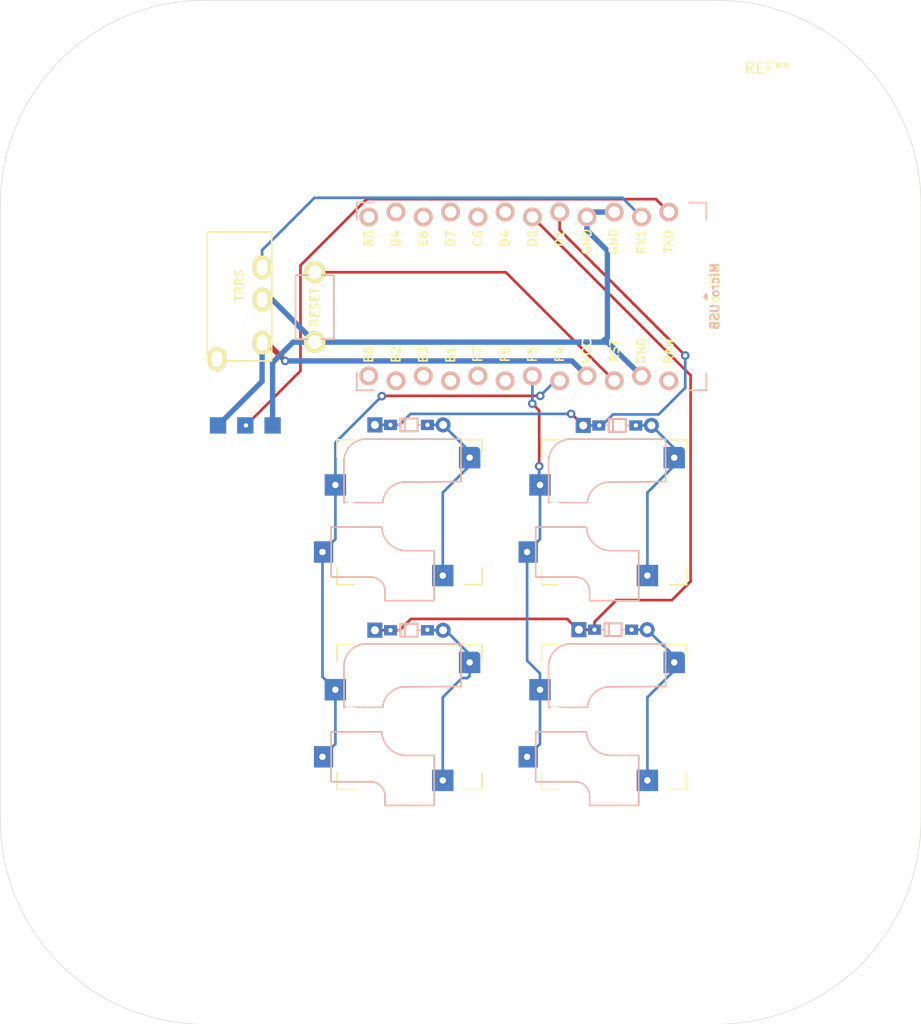
<source format=kicad_pcb>
(kicad_pcb (version 20171130) (host pcbnew "(5.1.5-0-10_14)")

  (general
    (thickness 1.6)
    (drawings 8)
    (tracks 188)
    (zones 0)
    (modules 16)
    (nets 28)
  )

  (page A4)
  (layers
    (0 F.Cu signal)
    (31 B.Cu signal)
    (32 B.Adhes user)
    (33 F.Adhes user)
    (34 B.Paste user)
    (35 F.Paste user)
    (36 B.SilkS user)
    (37 F.SilkS user)
    (38 B.Mask user)
    (39 F.Mask user)
    (40 Dwgs.User user)
    (41 Cmts.User user)
    (42 Eco1.User user)
    (43 Eco2.User user)
    (44 Edge.Cuts user)
    (45 Margin user)
    (46 B.CrtYd user)
    (47 F.CrtYd user)
    (48 B.Fab user)
    (49 F.Fab user)
  )

  (setup
    (last_trace_width 0.25)
    (user_trace_width 0.5)
    (trace_clearance 0.2)
    (zone_clearance 0.508)
    (zone_45_only no)
    (trace_min 0.2)
    (via_size 0.8)
    (via_drill 0.4)
    (via_min_size 0.4)
    (via_min_drill 0.3)
    (uvia_size 0.3)
    (uvia_drill 0.1)
    (uvias_allowed no)
    (uvia_min_size 0.2)
    (uvia_min_drill 0.1)
    (edge_width 0.05)
    (segment_width 0.2)
    (pcb_text_width 0.3)
    (pcb_text_size 1.5 1.5)
    (mod_edge_width 0.12)
    (mod_text_size 1 1)
    (mod_text_width 0.15)
    (pad_size 1.524 1.524)
    (pad_drill 0.762)
    (pad_to_mask_clearance 0.051)
    (solder_mask_min_width 0.25)
    (aux_axis_origin 123.825 66.675)
    (grid_origin 9.525 200.025)
    (visible_elements FFFFFF7F)
    (pcbplotparams
      (layerselection 0x010fc_ffffffff)
      (usegerberextensions false)
      (usegerberattributes false)
      (usegerberadvancedattributes false)
      (creategerberjobfile false)
      (excludeedgelayer true)
      (linewidth 0.100000)
      (plotframeref false)
      (viasonmask false)
      (mode 1)
      (useauxorigin false)
      (hpglpennumber 1)
      (hpglpenspeed 20)
      (hpglpendiameter 15.000000)
      (psnegative false)
      (psa4output false)
      (plotreference true)
      (plotvalue true)
      (plotinvisibletext false)
      (padsonsilk false)
      (subtractmaskfromsilk false)
      (outputformat 1)
      (mirror false)
      (drillshape 1)
      (scaleselection 1)
      (outputdirectory ""))
  )

  (net 0 "")
  (net 1 "Net-(D1-Pad2)")
  (net 2 row0)
  (net 3 "Net-(D2-Pad2)")
  (net 4 row1)
  (net 5 "Net-(D3-Pad2)")
  (net 6 "Net-(D4-Pad2)")
  (net 7 data)
  (net 8 GND)
  (net 9 VCC)
  (net 10 "Net-(J1-PadA)")
  (net 11 led)
  (net 12 reset)
  (net 13 col0)
  (net 14 col1)
  (net 15 "Net-(U1-Pad24)")
  (net 16 "Net-(U1-Pad12)")
  (net 17 "Net-(U1-Pad18)")
  (net 18 "Net-(U1-Pad17)")
  (net 19 "Net-(U1-Pad16)")
  (net 20 "Net-(U1-Pad15)")
  (net 21 "Net-(U1-Pad14)")
  (net 22 "Net-(U1-Pad13)")
  (net 23 "Net-(U1-Pad11)")
  (net 24 "Net-(U1-Pad10)")
  (net 25 "Net-(U1-Pad9)")
  (net 26 "Net-(U1-Pad8)")
  (net 27 "Net-(U1-Pad7)")

  (net_class Default "これはデフォルトのネット クラスです。"
    (clearance 0.2)
    (trace_width 0.25)
    (via_dia 0.8)
    (via_drill 0.4)
    (uvia_dia 0.3)
    (uvia_drill 0.1)
    (add_net GND)
    (add_net "Net-(D1-Pad2)")
    (add_net "Net-(D2-Pad2)")
    (add_net "Net-(D3-Pad2)")
    (add_net "Net-(D4-Pad2)")
    (add_net "Net-(J1-PadA)")
    (add_net "Net-(U1-Pad10)")
    (add_net "Net-(U1-Pad11)")
    (add_net "Net-(U1-Pad12)")
    (add_net "Net-(U1-Pad13)")
    (add_net "Net-(U1-Pad14)")
    (add_net "Net-(U1-Pad15)")
    (add_net "Net-(U1-Pad16)")
    (add_net "Net-(U1-Pad17)")
    (add_net "Net-(U1-Pad18)")
    (add_net "Net-(U1-Pad24)")
    (add_net "Net-(U1-Pad7)")
    (add_net "Net-(U1-Pad8)")
    (add_net "Net-(U1-Pad9)")
    (add_net VCC)
    (add_net col0)
    (add_net col1)
    (add_net data)
    (add_net led)
    (add_net reset)
    (add_net row0)
    (add_net row1)
  )

  (module SMK_SU120:IM_HOLE (layer F.Cu) (tedit 5BCDE3A4) (tstamp 5E65504F)
    (at 114.3 0)
    (descr "Mounting Hole 2.2mm, no annular, M2")
    (tags "mounting hole 2.2mm no annular m2")
    (attr virtual)
    (fp_text reference Ref** (at -0.95 -0.55) (layer F.Fab) hide
      (effects (font (size 1 1) (thickness 0.15)))
    )
    (fp_text value Val** (at 0 0.55) (layer F.Fab) hide
      (effects (font (size 1 1) (thickness 0.15)))
    )
    (pad "" np_thru_hole circle (at 0 0) (size 0.5 0.5) (drill 0.5) (layers *.Cu))
  )

  (module MountingHole:MountingHole_2.2mm_M2 (layer F.Cu) (tedit 56D1B4CB) (tstamp 5E654F2E)
    (at 166.6875 0)
    (descr "Mounting Hole 2.2mm, no annular, M2")
    (tags "mounting hole 2.2mm no annular m2")
    (attr virtual)
    (fp_text reference REF** (at 0 -3.2) (layer F.SilkS)
      (effects (font (size 1 1) (thickness 0.15)))
    )
    (fp_text value MountingHole_2.2mm_M2 (at 0 3.2) (layer F.Fab)
      (effects (font (size 1 1) (thickness 0.15)))
    )
    (fp_circle (center 0 0) (end 2.45 0) (layer F.CrtYd) (width 0.05))
    (fp_circle (center 0 0) (end 2.2 0) (layer Cmts.User) (width 0.15))
    (fp_text user %R (at 0.3 0) (layer F.Fab)
      (effects (font (size 1 1) (thickness 0.15)))
    )
    (pad 1 np_thru_hole circle (at 0 0) (size 2.2 2.2) (drill 2.2) (layers *.Cu *.Mask))
  )

  (module SMK_SU120:M2_Hole (layer F.Cu) (tedit 5E0D8E1F) (tstamp 5E654E4E)
    (at 171.45 0)
    (descr "Resitance 3 pas")
    (tags R)
    (autoplace_cost180 10)
    (fp_text reference "" (at 0 1.651) (layer F.Fab) hide
      (effects (font (size 0.8128 0.8128) (thickness 0.15)))
    )
    (fp_text value "" (at 0 -1.4605) (layer F.Fab) hide
      (effects (font (size 0.5 0.5) (thickness 0.125)))
    )
    (pad "" np_thru_hole circle (at 0 0) (size 2.15 2.15) (drill 2.15) (layers *.Cu *.Mask))
    (model discret/resistor.wrl
      (at (xyz 0 0 0))
      (scale (xyz 0.3 0.3 0.3))
      (rotate (xyz 0 0 0))
    )
    (model Resistors_ThroughHole.3dshapes/Resistor_Horizontal_RM10mm.wrl
      (at (xyz 0 0 0))
      (scale (xyz 0.2 0.2 0.2))
      (rotate (xyz 0 0 0))
    )
  )

  (module SMK_hsgw:HOLE_D5 (layer F.Cu) (tedit 5BD72A4D) (tstamp 5E654D6A)
    (at 104.775 0)
    (fp_text reference REF** (at 0 -4) (layer F.SilkS) hide
      (effects (font (size 1 1) (thickness 0.15)))
    )
    (fp_text value HOLE_D5 (at 0 4) (layer F.Fab) hide
      (effects (font (size 1 1) (thickness 0.15)))
    )
    (fp_circle (center 0 0) (end 1.1 0) (layer Dwgs.User) (width 0.1))
    (pad "" np_thru_hole circle (at 0 0) (size 5 5) (drill 5) (layers *.Cu *.Mask))
  )

  (module SMK_SU120:diode_TH_SMD_rev2 (layer F.Cu) (tedit 5E0D8BB9) (tstamp 5E6514A3)
    (at 130.525 29.975)
    (path /5E6522A5)
    (fp_text reference D1 (at 3.302 0) (layer F.Fab)
      (effects (font (size 1 1) (thickness 0.2)))
    )
    (fp_text value D (at 3.2 -1.6) (layer F.Fab) hide
      (effects (font (size 1 1) (thickness 0.15)))
    )
    (fp_line (start 1.984381 0.595314) (end 3.571885 0.595314) (layer B.SilkS) (width 0.2))
    (fp_line (start 3.571885 -0.595314) (end 1.984381 -0.595314) (layer B.SilkS) (width 0.2))
    (fp_line (start 2.381257 0.595314) (end 2.381257 -0.595314) (layer B.SilkS) (width 0.2))
    (fp_line (start 3.571885 0.595314) (end 3.571885 -0.595314) (layer B.SilkS) (width 0.2))
    (fp_line (start 3.571885 0) (end 3.770323 0) (layer B.SilkS) (width 0.2))
    (fp_line (start 1.984381 -0.595314) (end 1.984381 0.595314) (layer B.SilkS) (width 0.2))
    (fp_line (start 1.785943 0) (end 1.984381 0) (layer B.SilkS) (width 0.2))
    (pad 2 smd rect (at 4.503125 0) (size 1.2 0.95) (layers B.Cu B.Paste B.Mask)
      (net 1 "Net-(D1-Pad2)"))
    (pad 1 smd rect (at 1.053125 0) (size 1.2 0.95) (layers B.Cu B.Paste B.Mask)
      (net 2 row0))
    (pad 2 smd rect (at 4.503125 0) (size 1.2 0.95) (layers F.Cu F.Paste F.Mask)
      (net 1 "Net-(D1-Pad2)"))
    (pad 1 smd rect (at 1.053125 0) (size 1.2 0.95) (layers F.Cu F.Paste F.Mask)
      (net 2 row0))
    (pad 1 thru_hole rect (at -0.396875 0) (size 1.4 1.4) (drill 0.75) (layers *.Cu *.Mask)
      (net 2 row0))
    (pad 2 thru_hole circle (at 5.953125 0) (size 1.4 1.4) (drill 0.75) (layers *.Cu *.Mask)
      (net 1 "Net-(D1-Pad2)"))
  )

  (module SMK_SU120:diode_TH_SMD_rev2 (layer F.Cu) (tedit 5E0D8BB9) (tstamp 5E6514B4)
    (at 130.525 49.075)
    (path /5E653B7D)
    (fp_text reference D2 (at 3.302 0) (layer F.Fab)
      (effects (font (size 1 1) (thickness 0.2)))
    )
    (fp_text value D (at 3.2 -1.6) (layer F.Fab) hide
      (effects (font (size 1 1) (thickness 0.15)))
    )
    (fp_line (start 1.785943 0) (end 1.984381 0) (layer B.SilkS) (width 0.2))
    (fp_line (start 1.984381 -0.595314) (end 1.984381 0.595314) (layer B.SilkS) (width 0.2))
    (fp_line (start 3.571885 0) (end 3.770323 0) (layer B.SilkS) (width 0.2))
    (fp_line (start 3.571885 0.595314) (end 3.571885 -0.595314) (layer B.SilkS) (width 0.2))
    (fp_line (start 2.381257 0.595314) (end 2.381257 -0.595314) (layer B.SilkS) (width 0.2))
    (fp_line (start 3.571885 -0.595314) (end 1.984381 -0.595314) (layer B.SilkS) (width 0.2))
    (fp_line (start 1.984381 0.595314) (end 3.571885 0.595314) (layer B.SilkS) (width 0.2))
    (pad 2 thru_hole circle (at 5.953125 0) (size 1.4 1.4) (drill 0.75) (layers *.Cu *.Mask)
      (net 3 "Net-(D2-Pad2)"))
    (pad 1 thru_hole rect (at -0.396875 0) (size 1.4 1.4) (drill 0.75) (layers *.Cu *.Mask)
      (net 4 row1))
    (pad 1 smd rect (at 1.053125 0) (size 1.2 0.95) (layers F.Cu F.Paste F.Mask)
      (net 4 row1))
    (pad 2 smd rect (at 4.503125 0) (size 1.2 0.95) (layers F.Cu F.Paste F.Mask)
      (net 3 "Net-(D2-Pad2)"))
    (pad 1 smd rect (at 1.053125 0) (size 1.2 0.95) (layers B.Cu B.Paste B.Mask)
      (net 4 row1))
    (pad 2 smd rect (at 4.503125 0) (size 1.2 0.95) (layers B.Cu B.Paste B.Mask)
      (net 3 "Net-(D2-Pad2)"))
  )

  (module SMK_SU120:diode_TH_SMD_rev2 (layer F.Cu) (tedit 5E0D8BB9) (tstamp 5E6514C5)
    (at 149.921875 30.025)
    (path /5E653056)
    (fp_text reference D3 (at 3.302 0) (layer F.Fab)
      (effects (font (size 1 1) (thickness 0.2)))
    )
    (fp_text value D (at 3.2 -1.6) (layer F.Fab) hide
      (effects (font (size 1 1) (thickness 0.15)))
    )
    (fp_line (start 1.785943 0) (end 1.984381 0) (layer B.SilkS) (width 0.2))
    (fp_line (start 1.984381 -0.595314) (end 1.984381 0.595314) (layer B.SilkS) (width 0.2))
    (fp_line (start 3.571885 0) (end 3.770323 0) (layer B.SilkS) (width 0.2))
    (fp_line (start 3.571885 0.595314) (end 3.571885 -0.595314) (layer B.SilkS) (width 0.2))
    (fp_line (start 2.381257 0.595314) (end 2.381257 -0.595314) (layer B.SilkS) (width 0.2))
    (fp_line (start 3.571885 -0.595314) (end 1.984381 -0.595314) (layer B.SilkS) (width 0.2))
    (fp_line (start 1.984381 0.595314) (end 3.571885 0.595314) (layer B.SilkS) (width 0.2))
    (pad 2 thru_hole circle (at 5.953125 0) (size 1.4 1.4) (drill 0.75) (layers *.Cu *.Mask)
      (net 5 "Net-(D3-Pad2)"))
    (pad 1 thru_hole rect (at -0.396875 0) (size 1.4 1.4) (drill 0.75) (layers *.Cu *.Mask)
      (net 2 row0))
    (pad 1 smd rect (at 1.053125 0) (size 1.2 0.95) (layers F.Cu F.Paste F.Mask)
      (net 2 row0))
    (pad 2 smd rect (at 4.503125 0) (size 1.2 0.95) (layers F.Cu F.Paste F.Mask)
      (net 5 "Net-(D3-Pad2)"))
    (pad 1 smd rect (at 1.053125 0) (size 1.2 0.95) (layers B.Cu B.Paste B.Mask)
      (net 2 row0))
    (pad 2 smd rect (at 4.503125 0) (size 1.2 0.95) (layers B.Cu B.Paste B.Mask)
      (net 5 "Net-(D3-Pad2)"))
  )

  (module SMK_SU120:diode_TH_SMD_rev2 (layer F.Cu) (tedit 5E0D8BB9) (tstamp 5E6548D5)
    (at 149.525 49.025)
    (path /5E65422E)
    (fp_text reference D4 (at 3.302 0) (layer F.Fab)
      (effects (font (size 1 1) (thickness 0.2)))
    )
    (fp_text value D (at 3.2 -1.6) (layer F.Fab) hide
      (effects (font (size 1 1) (thickness 0.15)))
    )
    (fp_line (start 1.984381 0.595314) (end 3.571885 0.595314) (layer B.SilkS) (width 0.2))
    (fp_line (start 3.571885 -0.595314) (end 1.984381 -0.595314) (layer B.SilkS) (width 0.2))
    (fp_line (start 2.381257 0.595314) (end 2.381257 -0.595314) (layer B.SilkS) (width 0.2))
    (fp_line (start 3.571885 0.595314) (end 3.571885 -0.595314) (layer B.SilkS) (width 0.2))
    (fp_line (start 3.571885 0) (end 3.770323 0) (layer B.SilkS) (width 0.2))
    (fp_line (start 1.984381 -0.595314) (end 1.984381 0.595314) (layer B.SilkS) (width 0.2))
    (fp_line (start 1.785943 0) (end 1.984381 0) (layer B.SilkS) (width 0.2))
    (pad 2 smd rect (at 4.503125 0) (size 1.2 0.95) (layers B.Cu B.Paste B.Mask)
      (net 6 "Net-(D4-Pad2)"))
    (pad 1 smd rect (at 1.053125 0) (size 1.2 0.95) (layers B.Cu B.Paste B.Mask)
      (net 4 row1))
    (pad 2 smd rect (at 4.503125 0) (size 1.2 0.95) (layers F.Cu F.Paste F.Mask)
      (net 6 "Net-(D4-Pad2)"))
    (pad 1 smd rect (at 1.053125 0) (size 1.2 0.95) (layers F.Cu F.Paste F.Mask)
      (net 4 row1))
    (pad 1 thru_hole rect (at -0.396875 0) (size 1.4 1.4) (drill 0.75) (layers *.Cu *.Mask)
      (net 4 row1))
    (pad 2 thru_hole circle (at 5.953125 0) (size 1.4 1.4) (drill 0.75) (layers *.Cu *.Mask)
      (net 6 "Net-(D4-Pad2)"))
  )

  (module SMK_SU120:MJ-4PP-9 (layer F.Cu) (tedit 5D596EAB) (tstamp 5E6514E8)
    (at 117.525 12.025)
    (path /5E653BF9)
    (fp_text reference J1 (at 0 -2.97657) (layer F.Fab)
      (effects (font (size 1 1) (thickness 0.15)))
    )
    (fp_text value MJ-4PP-9 (at 0 14) (layer F.Fab) hide
      (effects (font (size 1 1) (thickness 0.15)))
    )
    (fp_text user TRRS (at 0 4.96095 90) (layer F.SilkS)
      (effects (font (size 0.8 0.8) (thickness 0.15)))
    )
    (fp_line (start -3 0) (end 3 0) (layer F.SilkS) (width 0.15))
    (fp_line (start 3 0) (end 3 12) (layer F.SilkS) (width 0.15))
    (fp_line (start 3 12) (end -3 12) (layer F.SilkS) (width 0.15))
    (fp_line (start -3 12) (end -3 0) (layer F.SilkS) (width 0.15))
    (fp_line (start -3 0) (end -3 -2) (layer F.Fab) (width 0.15))
    (fp_line (start -3 -2) (end 2.95 -2) (layer F.Fab) (width 0.15))
    (fp_line (start 3 -2) (end 3 0) (layer F.Fab) (width 0.15))
    (pad "" np_thru_hole circle (at 0 1.5) (size 1.2 1.2) (drill 1.2) (layers *.Cu *.Mask F.SilkS))
    (pad "" np_thru_hole circle (at 0 8.5) (size 1.2 1.2) (drill 1.2) (layers *.Cu *.Mask F.SilkS))
    (pad B thru_hole oval (at 2.1 3.3) (size 1.7 2.2) (drill oval 1 1.5) (layers *.Cu *.Mask F.SilkS)
      (net 7 data) (clearance 0.15))
    (pad C thru_hole oval (at 2.1 6.3) (size 1.7 2.2) (drill oval 1 1.5) (layers *.Cu *.Mask F.SilkS)
      (net 8 GND) (clearance 0.15))
    (pad D thru_hole oval (at 2.1 10.3) (size 1.7 2.2) (drill oval 1 1.5) (layers *.Cu *.Mask F.SilkS)
      (net 9 VCC) (clearance 0.15))
    (pad A thru_hole oval (at -2.1 11.8) (size 1.7 2.2) (drill oval 1 1.5) (layers *.Cu *.Mask F.SilkS)
      (net 10 "Net-(J1-PadA)") (clearance 0.15))
    (model "../../../../../../Users/pluis/Documents/Magic Briefcase/Documents/KiCad/3d/AB2_TRS_3p5MM_PTH.wrl"
      (at (xyz 0 0 0))
      (scale (xyz 0.42 0.42 0.42))
      (rotate (xyz 0 0 90))
    )
  )

  (module SMK_SU120:StripLED_rev2 (layer F.Cu) (tedit 5CE57CF9) (tstamp 5E6514EF)
    (at 115.525 30.025 90)
    (path /5E6647AB)
    (fp_text reference J2 (at 0 -2.54 90) (layer F.SilkS) hide
      (effects (font (size 1 1) (thickness 0.15)))
    )
    (fp_text value LED (at 0 7.62 90) (layer F.Fab) hide
      (effects (font (size 1 1) (thickness 0.15)))
    )
    (pad 1 smd rect (at 0 5.08 90) (size 1.524 1.524) (layers B.Cu B.Paste B.Mask)
      (net 8 GND))
    (pad 2 smd rect (at 0 2.54 90) (size 1.524 1.524) (layers B.Cu B.Paste B.Mask)
      (net 11 led))
    (pad 3 smd rect (at 0 0 90) (size 1.524 1.524) (layers B.Cu B.Paste B.Mask)
      (net 9 VCC))
  )

  (module SMK_SU120:ResetSW (layer F.Cu) (tedit 5D596E59) (tstamp 5E6514FE)
    (at 124.525 19.025 90)
    (path /5E657C8E)
    (fp_text reference SW1 (at 0.265 0.73 90) (layer F.Fab) hide
      (effects (font (size 1 1) (thickness 0.15)))
    )
    (fp_text value SW_Push (at 0 0 90) (layer F.Fab)
      (effects (font (size 1 1) (thickness 0.15)))
    )
    (fp_text user RESET (at 0 0 90) (layer F.SilkS)
      (effects (font (size 0.8 0.8) (thickness 0.15)))
    )
    (fp_line (start -2.97657 -1.785942) (end 2.97657 -1.785942) (layer F.SilkS) (width 0.15))
    (fp_line (start 2.97657 -1.785942) (end 2.97657 1.785942) (layer F.SilkS) (width 0.15))
    (fp_line (start 2.97657 1.785942) (end -2.97657 1.785942) (layer F.SilkS) (width 0.15))
    (fp_line (start -2.97657 1.785942) (end -2.97657 -1.785942) (layer F.SilkS) (width 0.15))
    (fp_line (start -2.97657 -1.785942) (end 2.97657 -1.785942) (layer B.SilkS) (width 0.15))
    (fp_line (start 2.97657 -1.785942) (end 2.97657 1.785942) (layer B.SilkS) (width 0.15))
    (fp_line (start 2.97657 1.785942) (end -2.97657 1.785942) (layer B.SilkS) (width 0.15))
    (fp_line (start -2.97657 1.785942) (end -2.97657 -1.785942) (layer B.SilkS) (width 0.15))
    (pad 2 thru_hole circle (at -3.25 0 90) (size 2 2) (drill 1.3) (layers *.Cu *.Mask F.SilkS)
      (net 8 GND))
    (pad 1 thru_hole circle (at 3.25 0 90) (size 2 2) (drill 1.3) (layers *.Cu *.Mask F.SilkS)
      (net 12 reset))
  )

  (module SMK_SU120:CherryMX_MidHeight_Choc_Hotswap_rev5 (layer F.Cu) (tedit 5D6BB877) (tstamp 5E65153F)
    (at 133.35 38.1)
    (path /5E64BE48)
    (fp_text reference SW2 (at 7 8.1) (layer F.SilkS) hide
      (effects (font (size 1 1) (thickness 0.15)))
    )
    (fp_text value SW_Push (at -7.4 -8.1) (layer F.Fab) hide
      (effects (font (size 1 1) (thickness 0.15)))
    )
    (fp_line (start -2.28 7.5) (end -2.28 8.2) (layer B.SilkS) (width 0.15))
    (fp_arc (start -3.6 7.35) (end -3.5 6.03) (angle 90) (layer B.SilkS) (width 0.15))
    (fp_arc (start -0.3 1.3) (end -0.2 3.57) (angle 90) (layer B.SilkS) (width 0.15))
    (fp_line (start -7.3 1.4) (end -7.3 6) (layer B.SilkS) (width 0.15))
    (fp_line (start 2.3 3.6) (end 2.3 8.2) (layer B.SilkS) (width 0.15))
    (fp_line (start -3.5 6.025) (end -7.275 6.025) (layer B.SilkS) (width 0.15))
    (fp_line (start -2.575 1.375) (end -7.3 1.375) (layer B.SilkS) (width 0.15))
    (fp_line (start 2.275 3.575) (end -0.275 3.575) (layer B.SilkS) (width 0.15))
    (fp_line (start 2.275 8.225) (end -2.275 8.225) (layer B.SilkS) (width 0.15))
    (fp_arc (start -0.415 -0.73) (end -0.225 -2.8) (angle -90) (layer B.SilkS) (width 0.15))
    (fp_arc (start -4.015 -4.73) (end -3.825 -6.804) (angle -90) (layer B.SilkS) (width 0.15))
    (fp_line (start 4.8 -2.85) (end -0.25 -2.804) (layer B.SilkS) (width 0.15))
    (fp_line (start 4.8 -2.896) (end 4.8 -6.804) (layer B.SilkS) (width 0.15))
    (fp_line (start 4.8 -6.804) (end -3.825 -6.804) (layer B.SilkS) (width 0.15))
    (fp_line (start -6.1 -4.85) (end -6.1 -0.905) (layer B.SilkS) (width 0.15))
    (fp_line (start -6.1 -0.896) (end -2.49 -0.896) (layer B.SilkS) (width 0.15))
    (fp_line (start -9.525 9.525) (end -9.525 -9.525) (layer F.Fab) (width 0.15))
    (fp_line (start -9.525 -9.525) (end 9.525 -9.525) (layer F.Fab) (width 0.15))
    (fp_line (start 9.525 -9.525) (end 9.525 9.525) (layer F.Fab) (width 0.15))
    (fp_text user 1U (at 0 -7.9375) (layer F.Fab)
      (effects (font (size 1 1) (thickness 0.15)))
    )
    (fp_line (start 9.5 9.5) (end -9.5 9.5) (layer F.Fab) (width 0.15))
    (fp_line (start -6.746875 -5.159375) (end -6.746875 -6.746875) (layer F.SilkS) (width 0.15))
    (fp_line (start -6.746875 -6.746875) (end -5.159375 -6.746875) (layer F.SilkS) (width 0.15))
    (fp_line (start 5.159375 -6.746875) (end 6.746875 -6.746875) (layer F.SilkS) (width 0.15))
    (fp_line (start 6.746875 -6.746875) (end 6.746875 -5.159375) (layer F.SilkS) (width 0.15))
    (fp_line (start 6.746875 5.159375) (end 6.746875 6.746875) (layer F.SilkS) (width 0.15))
    (fp_line (start 6.746875 6.746875) (end 5.159375 6.746875) (layer F.SilkS) (width 0.15))
    (fp_line (start -5.159375 6.746875) (end -6.746875 6.746875) (layer F.SilkS) (width 0.15))
    (fp_line (start -6.746875 6.746875) (end -6.746875 5.159375) (layer F.SilkS) (width 0.15))
    (pad 2 smd circle (at 6.225 -5.705 180) (size 0.75 0.75) (layers B.Cu B.Paste B.Mask)
      (net 1 "Net-(D1-Pad2)"))
    (pad 2 smd rect (at 3.1 6.64 180) (size 1 0.5) (layers B.Cu B.Paste B.Mask)
      (net 1 "Net-(D1-Pad2)"))
    (pad 2 smd rect (at 3.1 5.14 180) (size 1 0.5) (layers B.Cu B.Paste B.Mask)
      (net 1 "Net-(D1-Pad2)"))
    (pad 2 thru_hole rect (at 3.1 5.89) (size 1 1) (drill 0.6) (layers *.Cu B.Mask)
      (net 1 "Net-(D1-Pad2)"))
    (pad 2 smd rect (at 3.85 5.89 180) (size 0.5 2) (layers B.Cu B.Paste B.Mask)
      (net 1 "Net-(D1-Pad2)"))
    (pad 2 smd rect (at 2.35 5.89 180) (size 0.5 2) (layers B.Cu B.Paste B.Mask)
      (net 1 "Net-(D1-Pad2)"))
    (pad 2 smd rect (at 4.85 -5.08 180) (size 0.5 2) (layers B.Cu B.Paste B.Mask)
      (net 1 "Net-(D1-Pad2)"))
    (pad 2 smd rect (at 6.35 -4.8925 180) (size 0.5 1.625) (layers B.Cu B.Paste B.Mask)
      (net 1 "Net-(D1-Pad2)"))
    (pad 2 smd rect (at 5.6 -4.33 180) (size 1 0.5) (layers B.Cu B.Paste B.Mask)
      (net 1 "Net-(D1-Pad2)"))
    (pad 2 smd rect (at 5.66125 -5.83 180) (size 1.125 0.5) (layers B.Cu B.Paste B.Mask)
      (net 1 "Net-(D1-Pad2)"))
    (pad 2 thru_hole rect (at 5.6 -5.08) (size 1 1) (drill 0.6) (layers *.Cu B.Mask)
      (net 1 "Net-(D1-Pad2)"))
    (pad 1 smd rect (at -8.75 3.7 180) (size 0.3 2) (layers B.Cu B.Paste B.Mask)
      (net 13 col0))
    (pad 1 smd rect (at -7.35 3.7 180) (size 0.5 2) (layers B.Cu B.Paste B.Mask)
      (net 13 col0))
    (pad 1 smd rect (at -8.1 4.45 180) (size 1 0.5) (layers B.Cu B.Paste B.Mask)
      (net 13 col0))
    (pad 1 smd rect (at -8.1 2.95 180) (size 1 0.5) (layers B.Cu B.Paste B.Mask)
      (net 13 col0))
    (pad 1 thru_hole rect (at -8.1 3.7) (size 1 1) (drill 0.6) (layers *.Cu B.Mask)
      (net 13 col0))
    (pad 1 smd rect (at -6.9 -3.29 180) (size 1 0.5) (layers B.Cu B.Paste B.Mask)
      (net 13 col0))
    (pad 1 smd rect (at -6.9 -1.79 180) (size 1 0.5) (layers B.Cu B.Paste B.Mask)
      (net 13 col0))
    (pad 1 smd rect (at -6.15 -2.54 180) (size 0.5 2) (layers B.Cu B.Paste B.Mask)
      (net 13 col0))
    (pad 1 smd rect (at -7.65 -2.54 180) (size 0.5 2) (layers B.Cu B.Paste B.Mask)
      (net 13 col0))
    (pad 1 thru_hole rect (at -6.9 -2.54) (size 1 1) (drill 0.6) (layers *.Cu B.Mask)
      (net 13 col0))
    (pad "" np_thru_hole circle (at 4.5 0) (size 1.7 1.7) (drill 1.7) (layers *.Cu *.Mask))
    (pad "" np_thru_hole circle (at -4.5 0) (size 1.7 1.7) (drill 1.7) (layers *.Cu *.Mask))
    (pad "" np_thru_hole circle (at -5 3.7 90) (size 3 3) (drill 3) (layers *.Cu *.Mask))
    (pad "" np_thru_hole circle (at 0 5.9 90) (size 3 3) (drill 3) (layers *.Cu *.Mask))
    (pad "" np_thru_hole circle (at 2.54 -5.08 180) (size 3 3) (drill 3) (layers *.Cu *.Mask))
    (pad "" np_thru_hole circle (at 0 0 90) (size 4.1 4.1) (drill 4.1) (layers *.Cu *.Mask))
    (pad "" np_thru_hole circle (at -5.5 0 90) (size 1.9 1.9) (drill 1.9) (layers *.Cu *.Mask))
    (pad "" np_thru_hole circle (at 5.5 0 90) (size 1.9 1.9) (drill 1.9) (layers *.Cu *.Mask))
    (pad "" np_thru_hole circle (at 5.08 0) (size 1.7 1.7) (drill 1.7) (layers *.Cu *.Mask))
    (pad "" np_thru_hole circle (at -5.08 0) (size 1.7 1.7) (drill 1.7) (layers *.Cu *.Mask))
    (pad "" np_thru_hole circle (at -3.81 -2.54 180) (size 3 3) (drill 3) (layers *.Cu *.Mask))
  )

  (module SMK_SU120:CherryMX_MidHeight_Choc_Hotswap_rev5 (layer F.Cu) (tedit 5D6BB877) (tstamp 5E651580)
    (at 133.35 57.15)
    (path /5E64CA9D)
    (fp_text reference SW3 (at 7 8.1) (layer F.SilkS) hide
      (effects (font (size 1 1) (thickness 0.15)))
    )
    (fp_text value SW_Push (at -7.4 -8.1) (layer F.Fab) hide
      (effects (font (size 1 1) (thickness 0.15)))
    )
    (fp_line (start -2.28 7.5) (end -2.28 8.2) (layer B.SilkS) (width 0.15))
    (fp_arc (start -3.6 7.35) (end -3.5 6.03) (angle 90) (layer B.SilkS) (width 0.15))
    (fp_arc (start -0.3 1.3) (end -0.2 3.57) (angle 90) (layer B.SilkS) (width 0.15))
    (fp_line (start -7.3 1.4) (end -7.3 6) (layer B.SilkS) (width 0.15))
    (fp_line (start 2.3 3.6) (end 2.3 8.2) (layer B.SilkS) (width 0.15))
    (fp_line (start -3.5 6.025) (end -7.275 6.025) (layer B.SilkS) (width 0.15))
    (fp_line (start -2.575 1.375) (end -7.3 1.375) (layer B.SilkS) (width 0.15))
    (fp_line (start 2.275 3.575) (end -0.275 3.575) (layer B.SilkS) (width 0.15))
    (fp_line (start 2.275 8.225) (end -2.275 8.225) (layer B.SilkS) (width 0.15))
    (fp_arc (start -0.415 -0.73) (end -0.225 -2.8) (angle -90) (layer B.SilkS) (width 0.15))
    (fp_arc (start -4.015 -4.73) (end -3.825 -6.804) (angle -90) (layer B.SilkS) (width 0.15))
    (fp_line (start 4.8 -2.85) (end -0.25 -2.804) (layer B.SilkS) (width 0.15))
    (fp_line (start 4.8 -2.896) (end 4.8 -6.804) (layer B.SilkS) (width 0.15))
    (fp_line (start 4.8 -6.804) (end -3.825 -6.804) (layer B.SilkS) (width 0.15))
    (fp_line (start -6.1 -4.85) (end -6.1 -0.905) (layer B.SilkS) (width 0.15))
    (fp_line (start -6.1 -0.896) (end -2.49 -0.896) (layer B.SilkS) (width 0.15))
    (fp_line (start -9.525 9.525) (end -9.525 -9.525) (layer F.Fab) (width 0.15))
    (fp_line (start -9.525 -9.525) (end 9.525 -9.525) (layer F.Fab) (width 0.15))
    (fp_line (start 9.525 -9.525) (end 9.525 9.525) (layer F.Fab) (width 0.15))
    (fp_text user 1U (at 0 -7.9375) (layer F.Fab)
      (effects (font (size 1 1) (thickness 0.15)))
    )
    (fp_line (start 9.5 9.5) (end -9.5 9.5) (layer F.Fab) (width 0.15))
    (fp_line (start -6.746875 -5.159375) (end -6.746875 -6.746875) (layer F.SilkS) (width 0.15))
    (fp_line (start -6.746875 -6.746875) (end -5.159375 -6.746875) (layer F.SilkS) (width 0.15))
    (fp_line (start 5.159375 -6.746875) (end 6.746875 -6.746875) (layer F.SilkS) (width 0.15))
    (fp_line (start 6.746875 -6.746875) (end 6.746875 -5.159375) (layer F.SilkS) (width 0.15))
    (fp_line (start 6.746875 5.159375) (end 6.746875 6.746875) (layer F.SilkS) (width 0.15))
    (fp_line (start 6.746875 6.746875) (end 5.159375 6.746875) (layer F.SilkS) (width 0.15))
    (fp_line (start -5.159375 6.746875) (end -6.746875 6.746875) (layer F.SilkS) (width 0.15))
    (fp_line (start -6.746875 6.746875) (end -6.746875 5.159375) (layer F.SilkS) (width 0.15))
    (pad 2 smd circle (at 6.225 -5.705 180) (size 0.75 0.75) (layers B.Cu B.Paste B.Mask)
      (net 3 "Net-(D2-Pad2)"))
    (pad 2 smd rect (at 3.1 6.64 180) (size 1 0.5) (layers B.Cu B.Paste B.Mask)
      (net 3 "Net-(D2-Pad2)"))
    (pad 2 smd rect (at 3.1 5.14 180) (size 1 0.5) (layers B.Cu B.Paste B.Mask)
      (net 3 "Net-(D2-Pad2)"))
    (pad 2 thru_hole rect (at 3.1 5.89) (size 1 1) (drill 0.6) (layers *.Cu B.Mask)
      (net 3 "Net-(D2-Pad2)"))
    (pad 2 smd rect (at 3.85 5.89 180) (size 0.5 2) (layers B.Cu B.Paste B.Mask)
      (net 3 "Net-(D2-Pad2)"))
    (pad 2 smd rect (at 2.35 5.89 180) (size 0.5 2) (layers B.Cu B.Paste B.Mask)
      (net 3 "Net-(D2-Pad2)"))
    (pad 2 smd rect (at 4.85 -5.08 180) (size 0.5 2) (layers B.Cu B.Paste B.Mask)
      (net 3 "Net-(D2-Pad2)"))
    (pad 2 smd rect (at 6.35 -4.8925 180) (size 0.5 1.625) (layers B.Cu B.Paste B.Mask)
      (net 3 "Net-(D2-Pad2)"))
    (pad 2 smd rect (at 5.6 -4.33 180) (size 1 0.5) (layers B.Cu B.Paste B.Mask)
      (net 3 "Net-(D2-Pad2)"))
    (pad 2 smd rect (at 5.66125 -5.83 180) (size 1.125 0.5) (layers B.Cu B.Paste B.Mask)
      (net 3 "Net-(D2-Pad2)"))
    (pad 2 thru_hole rect (at 5.6 -5.08) (size 1 1) (drill 0.6) (layers *.Cu B.Mask)
      (net 3 "Net-(D2-Pad2)"))
    (pad 1 smd rect (at -8.75 3.7 180) (size 0.3 2) (layers B.Cu B.Paste B.Mask)
      (net 13 col0))
    (pad 1 smd rect (at -7.35 3.7 180) (size 0.5 2) (layers B.Cu B.Paste B.Mask)
      (net 13 col0))
    (pad 1 smd rect (at -8.1 4.45 180) (size 1 0.5) (layers B.Cu B.Paste B.Mask)
      (net 13 col0))
    (pad 1 smd rect (at -8.1 2.95 180) (size 1 0.5) (layers B.Cu B.Paste B.Mask)
      (net 13 col0))
    (pad 1 thru_hole rect (at -8.1 3.7) (size 1 1) (drill 0.6) (layers *.Cu B.Mask)
      (net 13 col0))
    (pad 1 smd rect (at -6.9 -3.29 180) (size 1 0.5) (layers B.Cu B.Paste B.Mask)
      (net 13 col0))
    (pad 1 smd rect (at -6.9 -1.79 180) (size 1 0.5) (layers B.Cu B.Paste B.Mask)
      (net 13 col0))
    (pad 1 smd rect (at -6.15 -2.54 180) (size 0.5 2) (layers B.Cu B.Paste B.Mask)
      (net 13 col0))
    (pad 1 smd rect (at -7.65 -2.54 180) (size 0.5 2) (layers B.Cu B.Paste B.Mask)
      (net 13 col0))
    (pad 1 thru_hole rect (at -6.9 -2.54) (size 1 1) (drill 0.6) (layers *.Cu B.Mask)
      (net 13 col0))
    (pad "" np_thru_hole circle (at 4.5 0) (size 1.7 1.7) (drill 1.7) (layers *.Cu *.Mask))
    (pad "" np_thru_hole circle (at -4.5 0) (size 1.7 1.7) (drill 1.7) (layers *.Cu *.Mask))
    (pad "" np_thru_hole circle (at -5 3.7 90) (size 3 3) (drill 3) (layers *.Cu *.Mask))
    (pad "" np_thru_hole circle (at 0 5.9 90) (size 3 3) (drill 3) (layers *.Cu *.Mask))
    (pad "" np_thru_hole circle (at 2.54 -5.08 180) (size 3 3) (drill 3) (layers *.Cu *.Mask))
    (pad "" np_thru_hole circle (at 0 0 90) (size 4.1 4.1) (drill 4.1) (layers *.Cu *.Mask))
    (pad "" np_thru_hole circle (at -5.5 0 90) (size 1.9 1.9) (drill 1.9) (layers *.Cu *.Mask))
    (pad "" np_thru_hole circle (at 5.5 0 90) (size 1.9 1.9) (drill 1.9) (layers *.Cu *.Mask))
    (pad "" np_thru_hole circle (at 5.08 0) (size 1.7 1.7) (drill 1.7) (layers *.Cu *.Mask))
    (pad "" np_thru_hole circle (at -5.08 0) (size 1.7 1.7) (drill 1.7) (layers *.Cu *.Mask))
    (pad "" np_thru_hole circle (at -3.81 -2.54 180) (size 3 3) (drill 3) (layers *.Cu *.Mask))
  )

  (module SMK_SU120:CherryMX_MidHeight_Choc_Hotswap_rev5 (layer F.Cu) (tedit 5D6BB877) (tstamp 5E6515C1)
    (at 152.4 38.1)
    (path /5E64C65B)
    (fp_text reference SW4 (at 7 8.1) (layer F.SilkS) hide
      (effects (font (size 1 1) (thickness 0.15)))
    )
    (fp_text value SW_Push (at -7.4 -8.1) (layer F.Fab) hide
      (effects (font (size 1 1) (thickness 0.15)))
    )
    (fp_line (start -6.746875 6.746875) (end -6.746875 5.159375) (layer F.SilkS) (width 0.15))
    (fp_line (start -5.159375 6.746875) (end -6.746875 6.746875) (layer F.SilkS) (width 0.15))
    (fp_line (start 6.746875 6.746875) (end 5.159375 6.746875) (layer F.SilkS) (width 0.15))
    (fp_line (start 6.746875 5.159375) (end 6.746875 6.746875) (layer F.SilkS) (width 0.15))
    (fp_line (start 6.746875 -6.746875) (end 6.746875 -5.159375) (layer F.SilkS) (width 0.15))
    (fp_line (start 5.159375 -6.746875) (end 6.746875 -6.746875) (layer F.SilkS) (width 0.15))
    (fp_line (start -6.746875 -6.746875) (end -5.159375 -6.746875) (layer F.SilkS) (width 0.15))
    (fp_line (start -6.746875 -5.159375) (end -6.746875 -6.746875) (layer F.SilkS) (width 0.15))
    (fp_line (start 9.5 9.5) (end -9.5 9.5) (layer F.Fab) (width 0.15))
    (fp_text user 1U (at 0 -7.9375) (layer F.Fab)
      (effects (font (size 1 1) (thickness 0.15)))
    )
    (fp_line (start 9.525 -9.525) (end 9.525 9.525) (layer F.Fab) (width 0.15))
    (fp_line (start -9.525 -9.525) (end 9.525 -9.525) (layer F.Fab) (width 0.15))
    (fp_line (start -9.525 9.525) (end -9.525 -9.525) (layer F.Fab) (width 0.15))
    (fp_line (start -6.1 -0.896) (end -2.49 -0.896) (layer B.SilkS) (width 0.15))
    (fp_line (start -6.1 -4.85) (end -6.1 -0.905) (layer B.SilkS) (width 0.15))
    (fp_line (start 4.8 -6.804) (end -3.825 -6.804) (layer B.SilkS) (width 0.15))
    (fp_line (start 4.8 -2.896) (end 4.8 -6.804) (layer B.SilkS) (width 0.15))
    (fp_line (start 4.8 -2.85) (end -0.25 -2.804) (layer B.SilkS) (width 0.15))
    (fp_arc (start -4.015 -4.73) (end -3.825 -6.804) (angle -90) (layer B.SilkS) (width 0.15))
    (fp_arc (start -0.415 -0.73) (end -0.225 -2.8) (angle -90) (layer B.SilkS) (width 0.15))
    (fp_line (start 2.275 8.225) (end -2.275 8.225) (layer B.SilkS) (width 0.15))
    (fp_line (start 2.275 3.575) (end -0.275 3.575) (layer B.SilkS) (width 0.15))
    (fp_line (start -2.575 1.375) (end -7.3 1.375) (layer B.SilkS) (width 0.15))
    (fp_line (start -3.5 6.025) (end -7.275 6.025) (layer B.SilkS) (width 0.15))
    (fp_line (start 2.3 3.6) (end 2.3 8.2) (layer B.SilkS) (width 0.15))
    (fp_line (start -7.3 1.4) (end -7.3 6) (layer B.SilkS) (width 0.15))
    (fp_arc (start -0.3 1.3) (end -0.2 3.57) (angle 90) (layer B.SilkS) (width 0.15))
    (fp_arc (start -3.6 7.35) (end -3.5 6.03) (angle 90) (layer B.SilkS) (width 0.15))
    (fp_line (start -2.28 7.5) (end -2.28 8.2) (layer B.SilkS) (width 0.15))
    (pad "" np_thru_hole circle (at -3.81 -2.54 180) (size 3 3) (drill 3) (layers *.Cu *.Mask))
    (pad "" np_thru_hole circle (at -5.08 0) (size 1.7 1.7) (drill 1.7) (layers *.Cu *.Mask))
    (pad "" np_thru_hole circle (at 5.08 0) (size 1.7 1.7) (drill 1.7) (layers *.Cu *.Mask))
    (pad "" np_thru_hole circle (at 5.5 0 90) (size 1.9 1.9) (drill 1.9) (layers *.Cu *.Mask))
    (pad "" np_thru_hole circle (at -5.5 0 90) (size 1.9 1.9) (drill 1.9) (layers *.Cu *.Mask))
    (pad "" np_thru_hole circle (at 0 0 90) (size 4.1 4.1) (drill 4.1) (layers *.Cu *.Mask))
    (pad "" np_thru_hole circle (at 2.54 -5.08 180) (size 3 3) (drill 3) (layers *.Cu *.Mask))
    (pad "" np_thru_hole circle (at 0 5.9 90) (size 3 3) (drill 3) (layers *.Cu *.Mask))
    (pad "" np_thru_hole circle (at -5 3.7 90) (size 3 3) (drill 3) (layers *.Cu *.Mask))
    (pad "" np_thru_hole circle (at -4.5 0) (size 1.7 1.7) (drill 1.7) (layers *.Cu *.Mask))
    (pad "" np_thru_hole circle (at 4.5 0) (size 1.7 1.7) (drill 1.7) (layers *.Cu *.Mask))
    (pad 1 thru_hole rect (at -6.9 -2.54) (size 1 1) (drill 0.6) (layers *.Cu B.Mask)
      (net 14 col1))
    (pad 1 smd rect (at -7.65 -2.54 180) (size 0.5 2) (layers B.Cu B.Paste B.Mask)
      (net 14 col1))
    (pad 1 smd rect (at -6.15 -2.54 180) (size 0.5 2) (layers B.Cu B.Paste B.Mask)
      (net 14 col1))
    (pad 1 smd rect (at -6.9 -1.79 180) (size 1 0.5) (layers B.Cu B.Paste B.Mask)
      (net 14 col1))
    (pad 1 smd rect (at -6.9 -3.29 180) (size 1 0.5) (layers B.Cu B.Paste B.Mask)
      (net 14 col1))
    (pad 1 thru_hole rect (at -8.1 3.7) (size 1 1) (drill 0.6) (layers *.Cu B.Mask)
      (net 14 col1))
    (pad 1 smd rect (at -8.1 2.95 180) (size 1 0.5) (layers B.Cu B.Paste B.Mask)
      (net 14 col1))
    (pad 1 smd rect (at -8.1 4.45 180) (size 1 0.5) (layers B.Cu B.Paste B.Mask)
      (net 14 col1))
    (pad 1 smd rect (at -7.35 3.7 180) (size 0.5 2) (layers B.Cu B.Paste B.Mask)
      (net 14 col1))
    (pad 1 smd rect (at -8.75 3.7 180) (size 0.3 2) (layers B.Cu B.Paste B.Mask)
      (net 14 col1))
    (pad 2 thru_hole rect (at 5.6 -5.08) (size 1 1) (drill 0.6) (layers *.Cu B.Mask)
      (net 5 "Net-(D3-Pad2)"))
    (pad 2 smd rect (at 5.66125 -5.83 180) (size 1.125 0.5) (layers B.Cu B.Paste B.Mask)
      (net 5 "Net-(D3-Pad2)"))
    (pad 2 smd rect (at 5.6 -4.33 180) (size 1 0.5) (layers B.Cu B.Paste B.Mask)
      (net 5 "Net-(D3-Pad2)"))
    (pad 2 smd rect (at 6.35 -4.8925 180) (size 0.5 1.625) (layers B.Cu B.Paste B.Mask)
      (net 5 "Net-(D3-Pad2)"))
    (pad 2 smd rect (at 4.85 -5.08 180) (size 0.5 2) (layers B.Cu B.Paste B.Mask)
      (net 5 "Net-(D3-Pad2)"))
    (pad 2 smd rect (at 2.35 5.89 180) (size 0.5 2) (layers B.Cu B.Paste B.Mask)
      (net 5 "Net-(D3-Pad2)"))
    (pad 2 smd rect (at 3.85 5.89 180) (size 0.5 2) (layers B.Cu B.Paste B.Mask)
      (net 5 "Net-(D3-Pad2)"))
    (pad 2 thru_hole rect (at 3.1 5.89) (size 1 1) (drill 0.6) (layers *.Cu B.Mask)
      (net 5 "Net-(D3-Pad2)"))
    (pad 2 smd rect (at 3.1 5.14 180) (size 1 0.5) (layers B.Cu B.Paste B.Mask)
      (net 5 "Net-(D3-Pad2)"))
    (pad 2 smd rect (at 3.1 6.64 180) (size 1 0.5) (layers B.Cu B.Paste B.Mask)
      (net 5 "Net-(D3-Pad2)"))
    (pad 2 smd circle (at 6.225 -5.705 180) (size 0.75 0.75) (layers B.Cu B.Paste B.Mask)
      (net 5 "Net-(D3-Pad2)"))
  )

  (module SMK_SU120:CherryMX_MidHeight_Choc_Hotswap_rev5 (layer F.Cu) (tedit 5D6BB877) (tstamp 5E651602)
    (at 152.4 57.15)
    (path /5E64D003)
    (fp_text reference SW5 (at 7 8.1) (layer F.SilkS) hide
      (effects (font (size 1 1) (thickness 0.15)))
    )
    (fp_text value SW_Push (at -7.4 -8.1) (layer F.Fab) hide
      (effects (font (size 1 1) (thickness 0.15)))
    )
    (fp_line (start -6.746875 6.746875) (end -6.746875 5.159375) (layer F.SilkS) (width 0.15))
    (fp_line (start -5.159375 6.746875) (end -6.746875 6.746875) (layer F.SilkS) (width 0.15))
    (fp_line (start 6.746875 6.746875) (end 5.159375 6.746875) (layer F.SilkS) (width 0.15))
    (fp_line (start 6.746875 5.159375) (end 6.746875 6.746875) (layer F.SilkS) (width 0.15))
    (fp_line (start 6.746875 -6.746875) (end 6.746875 -5.159375) (layer F.SilkS) (width 0.15))
    (fp_line (start 5.159375 -6.746875) (end 6.746875 -6.746875) (layer F.SilkS) (width 0.15))
    (fp_line (start -6.746875 -6.746875) (end -5.159375 -6.746875) (layer F.SilkS) (width 0.15))
    (fp_line (start -6.746875 -5.159375) (end -6.746875 -6.746875) (layer F.SilkS) (width 0.15))
    (fp_line (start 9.5 9.5) (end -9.5 9.5) (layer F.Fab) (width 0.15))
    (fp_text user 1U (at 0 -7.9375) (layer F.Fab)
      (effects (font (size 1 1) (thickness 0.15)))
    )
    (fp_line (start 9.525 -9.525) (end 9.525 9.525) (layer F.Fab) (width 0.15))
    (fp_line (start -9.525 -9.525) (end 9.525 -9.525) (layer F.Fab) (width 0.15))
    (fp_line (start -9.525 9.525) (end -9.525 -9.525) (layer F.Fab) (width 0.15))
    (fp_line (start -6.1 -0.896) (end -2.49 -0.896) (layer B.SilkS) (width 0.15))
    (fp_line (start -6.1 -4.85) (end -6.1 -0.905) (layer B.SilkS) (width 0.15))
    (fp_line (start 4.8 -6.804) (end -3.825 -6.804) (layer B.SilkS) (width 0.15))
    (fp_line (start 4.8 -2.896) (end 4.8 -6.804) (layer B.SilkS) (width 0.15))
    (fp_line (start 4.8 -2.85) (end -0.25 -2.804) (layer B.SilkS) (width 0.15))
    (fp_arc (start -4.015 -4.73) (end -3.825 -6.804) (angle -90) (layer B.SilkS) (width 0.15))
    (fp_arc (start -0.415 -0.73) (end -0.225 -2.8) (angle -90) (layer B.SilkS) (width 0.15))
    (fp_line (start 2.275 8.225) (end -2.275 8.225) (layer B.SilkS) (width 0.15))
    (fp_line (start 2.275 3.575) (end -0.275 3.575) (layer B.SilkS) (width 0.15))
    (fp_line (start -2.575 1.375) (end -7.3 1.375) (layer B.SilkS) (width 0.15))
    (fp_line (start -3.5 6.025) (end -7.275 6.025) (layer B.SilkS) (width 0.15))
    (fp_line (start 2.3 3.6) (end 2.3 8.2) (layer B.SilkS) (width 0.15))
    (fp_line (start -7.3 1.4) (end -7.3 6) (layer B.SilkS) (width 0.15))
    (fp_arc (start -0.3 1.3) (end -0.2 3.57) (angle 90) (layer B.SilkS) (width 0.15))
    (fp_arc (start -3.6 7.35) (end -3.5 6.03) (angle 90) (layer B.SilkS) (width 0.15))
    (fp_line (start -2.28 7.5) (end -2.28 8.2) (layer B.SilkS) (width 0.15))
    (pad "" np_thru_hole circle (at -3.81 -2.54 180) (size 3 3) (drill 3) (layers *.Cu *.Mask))
    (pad "" np_thru_hole circle (at -5.08 0) (size 1.7 1.7) (drill 1.7) (layers *.Cu *.Mask))
    (pad "" np_thru_hole circle (at 5.08 0) (size 1.7 1.7) (drill 1.7) (layers *.Cu *.Mask))
    (pad "" np_thru_hole circle (at 5.5 0 90) (size 1.9 1.9) (drill 1.9) (layers *.Cu *.Mask))
    (pad "" np_thru_hole circle (at -5.5 0 90) (size 1.9 1.9) (drill 1.9) (layers *.Cu *.Mask))
    (pad "" np_thru_hole circle (at 0 0 90) (size 4.1 4.1) (drill 4.1) (layers *.Cu *.Mask))
    (pad "" np_thru_hole circle (at 2.54 -5.08 180) (size 3 3) (drill 3) (layers *.Cu *.Mask))
    (pad "" np_thru_hole circle (at 0 5.9 90) (size 3 3) (drill 3) (layers *.Cu *.Mask))
    (pad "" np_thru_hole circle (at -5 3.7 90) (size 3 3) (drill 3) (layers *.Cu *.Mask))
    (pad "" np_thru_hole circle (at -4.5 0) (size 1.7 1.7) (drill 1.7) (layers *.Cu *.Mask))
    (pad "" np_thru_hole circle (at 4.5 0) (size 1.7 1.7) (drill 1.7) (layers *.Cu *.Mask))
    (pad 1 thru_hole rect (at -6.9 -2.54) (size 1 1) (drill 0.6) (layers *.Cu B.Mask)
      (net 14 col1))
    (pad 1 smd rect (at -7.65 -2.54 180) (size 0.5 2) (layers B.Cu B.Paste B.Mask)
      (net 14 col1))
    (pad 1 smd rect (at -6.15 -2.54 180) (size 0.5 2) (layers B.Cu B.Paste B.Mask)
      (net 14 col1))
    (pad 1 smd rect (at -6.9 -1.79 180) (size 1 0.5) (layers B.Cu B.Paste B.Mask)
      (net 14 col1))
    (pad 1 smd rect (at -6.9 -3.29 180) (size 1 0.5) (layers B.Cu B.Paste B.Mask)
      (net 14 col1))
    (pad 1 thru_hole rect (at -8.1 3.7) (size 1 1) (drill 0.6) (layers *.Cu B.Mask)
      (net 14 col1))
    (pad 1 smd rect (at -8.1 2.95 180) (size 1 0.5) (layers B.Cu B.Paste B.Mask)
      (net 14 col1))
    (pad 1 smd rect (at -8.1 4.45 180) (size 1 0.5) (layers B.Cu B.Paste B.Mask)
      (net 14 col1))
    (pad 1 smd rect (at -7.35 3.7 180) (size 0.5 2) (layers B.Cu B.Paste B.Mask)
      (net 14 col1))
    (pad 1 smd rect (at -8.75 3.7 180) (size 0.3 2) (layers B.Cu B.Paste B.Mask)
      (net 14 col1))
    (pad 2 thru_hole rect (at 5.6 -5.08) (size 1 1) (drill 0.6) (layers *.Cu B.Mask)
      (net 6 "Net-(D4-Pad2)"))
    (pad 2 smd rect (at 5.66125 -5.83 180) (size 1.125 0.5) (layers B.Cu B.Paste B.Mask)
      (net 6 "Net-(D4-Pad2)"))
    (pad 2 smd rect (at 5.6 -4.33 180) (size 1 0.5) (layers B.Cu B.Paste B.Mask)
      (net 6 "Net-(D4-Pad2)"))
    (pad 2 smd rect (at 6.35 -4.8925 180) (size 0.5 1.625) (layers B.Cu B.Paste B.Mask)
      (net 6 "Net-(D4-Pad2)"))
    (pad 2 smd rect (at 4.85 -5.08 180) (size 0.5 2) (layers B.Cu B.Paste B.Mask)
      (net 6 "Net-(D4-Pad2)"))
    (pad 2 smd rect (at 2.35 5.89 180) (size 0.5 2) (layers B.Cu B.Paste B.Mask)
      (net 6 "Net-(D4-Pad2)"))
    (pad 2 smd rect (at 3.85 5.89 180) (size 0.5 2) (layers B.Cu B.Paste B.Mask)
      (net 6 "Net-(D4-Pad2)"))
    (pad 2 thru_hole rect (at 3.1 5.89) (size 1 1) (drill 0.6) (layers *.Cu B.Mask)
      (net 6 "Net-(D4-Pad2)"))
    (pad 2 smd rect (at 3.1 5.14 180) (size 1 0.5) (layers B.Cu B.Paste B.Mask)
      (net 6 "Net-(D4-Pad2)"))
    (pad 2 smd rect (at 3.1 6.64 180) (size 1 0.5) (layers B.Cu B.Paste B.Mask)
      (net 6 "Net-(D4-Pad2)"))
    (pad 2 smd circle (at 6.225 -5.705 180) (size 0.75 0.75) (layers B.Cu B.Paste B.Mask)
      (net 6 "Net-(D4-Pad2)"))
  )

  (module SMK_SU120:ArduinoProMicro-ZigZag_rev5 (layer F.Cu) (tedit 5D6BD279) (tstamp 5E651655)
    (at 143.525 18.025 180)
    (path /5E64F1EF)
    (fp_text reference U1 (at -0.118131 6.311687) (layer B.SilkS) hide
      (effects (font (size 1 1) (thickness 0.2)) (justify mirror))
    )
    (fp_text value pro_micro (at 0 0) (layer F.Fab)
      (effects (font (size 1 1) (thickness 0.15)))
    )
    (fp_line (start 15.24 -8.89) (end 15.24 -7.89) (layer F.Fab) (width 0.15))
    (fp_line (start -17.78 7.89) (end -17.78 8.89) (layer F.Fab) (width 0.15))
    (fp_line (start -17.78 -8.89) (end -17.78 -7.89) (layer F.Fab) (width 0.15))
    (fp_text user "Micro USB" (at -18.25625 0 90 unlocked) (layer F.SilkS)
      (effects (font (size 0.8 0.8) (thickness 0.15)))
    )
    (fp_line (start 15.24 8.89) (end 14.24 8.89) (layer F.Fab) (width 0.15))
    (fp_line (start -17.78 -8.89) (end -16.78 -8.89) (layer F.Fab) (width 0.15))
    (fp_line (start -19.304 -3.556) (end -17.78 -3.556) (layer F.Fab) (width 0.15))
    (fp_line (start -19.304 3.81) (end -19.304 -3.556) (layer F.Fab) (width 0.15))
    (fp_line (start -17.78 3.81) (end -19.304 3.81) (layer F.Fab) (width 0.15))
    (fp_line (start 15.24 -8.89) (end 14.24 -8.89) (layer F.Fab) (width 0.15))
    (fp_line (start 15.24 8.89) (end 15.24 7.89) (layer F.Fab) (width 0.15))
    (fp_line (start -17.78 8.89) (end -16.78 8.89) (layer F.Fab) (width 0.15))
    (fp_text user TX0 (at -13.97 5.08 90 unlocked) (layer F.SilkS)
      (effects (font (size 0.8 0.8) (thickness 0.15)))
    )
    (fp_text user RX1 (at -11.43 5.08 90 unlocked) (layer F.SilkS)
      (effects (font (size 0.8 0.8) (thickness 0.15)))
    )
    (fp_text user D0 (at -1.27 5.3975 90 unlocked) (layer F.SilkS)
      (effects (font (size 0.8 0.8) (thickness 0.15)))
    )
    (fp_text user D1 (at -3.81 5.3975 90 unlocked) (layer F.SilkS)
      (effects (font (size 0.8 0.8) (thickness 0.15)))
    )
    (fp_text user GND (at -6.35 5.08 90 unlocked) (layer F.SilkS)
      (effects (font (size 0.8 0.8) (thickness 0.15)))
    )
    (fp_text user GND (at -8.849381 5.08 90 unlocked) (layer F.SilkS)
      (effects (font (size 0.8 0.8) (thickness 0.15)))
    )
    (fp_text user D4 (at 1.27 5.3975 90 unlocked) (layer F.SilkS)
      (effects (font (size 0.8 0.8) (thickness 0.15)))
    )
    (fp_text user C6 (at 3.81 5.3975 90 unlocked) (layer F.SilkS)
      (effects (font (size 0.8 0.8) (thickness 0.15)))
    )
    (fp_text user D7 (at 6.35 5.3975 90 unlocked) (layer F.SilkS)
      (effects (font (size 0.8 0.8) (thickness 0.15)))
    )
    (fp_text user E6 (at 8.89 5.3975 90 unlocked) (layer F.SilkS)
      (effects (font (size 0.8 0.8) (thickness 0.15)))
    )
    (fp_text user B4 (at 11.43 5.3975 90 unlocked) (layer F.SilkS)
      (effects (font (size 0.8 0.8) (thickness 0.15)))
    )
    (fp_text user B5 (at 13.97 5.3975 90 unlocked) (layer F.SilkS)
      (effects (font (size 0.8 0.8) (thickness 0.15)))
    )
    (fp_text user B6 (at 13.97 -5.3975 90 unlocked) (layer F.SilkS)
      (effects (font (size 0.8 0.8) (thickness 0.15)))
    )
    (fp_text user B3 (at 8.89 -5.3975 90 unlocked) (layer F.SilkS)
      (effects (font (size 0.8 0.8) (thickness 0.15)))
    )
    (fp_text user B1 (at 6.35 -5.3975 90 unlocked) (layer F.SilkS)
      (effects (font (size 0.8 0.8) (thickness 0.15)))
    )
    (fp_text user F4 (at -3.81 -5.3975 90 unlocked) (layer F.SilkS)
      (effects (font (size 0.8 0.8) (thickness 0.15)))
    )
    (fp_text user VCC (at -6.35 -5.0625 90 unlocked) (layer F.SilkS)
      (effects (font (size 0.8 0.8) (thickness 0.15)))
    )
    (fp_text user RST (at -8.92 -5.0625 90 unlocked) (layer F.SilkS)
      (effects (font (size 0.8 0.8) (thickness 0.15)))
    )
    (fp_text user GND (at -11.43 -5.0625 90 unlocked) (layer F.SilkS)
      (effects (font (size 0.8 0.8) (thickness 0.15)))
    )
    (fp_text user RAW (at -13.97 -5.0625 90 unlocked) (layer F.SilkS)
      (effects (font (size 0.8 0.8) (thickness 0.15)))
    )
    (fp_text user F5 (at -1.27 -5.3975 90 unlocked) (layer F.SilkS)
      (effects (font (size 0.8 0.8) (thickness 0.15)))
    )
    (fp_text user F6 (at 1.27 -5.3975 90 unlocked) (layer F.SilkS)
      (effects (font (size 0.8 0.8) (thickness 0.15)))
    )
    (fp_text user F7 (at 3.81 -5.3975 90 unlocked) (layer F.SilkS)
      (effects (font (size 0.8 0.8) (thickness 0.15)))
    )
    (fp_text user B2 (at 11.43 -5.3975 90 unlocked) (layer F.SilkS)
      (effects (font (size 0.8 0.8) (thickness 0.15)))
    )
    (fp_poly (pts (xy -17.5 -0.25) (xy -17.5 0.25) (xy -17.25 0)) (layer F.SilkS) (width 0.15))
    (fp_poly (pts (xy -17.5 -0.25) (xy -17.5 0.25) (xy -17.25 0)) (layer B.SilkS) (width 0.15))
    (fp_text user "Micro USB" (at -18.25 0 90 unlocked) (layer B.SilkS)
      (effects (font (size 0.8 0.8) (thickness 0.15)) (justify mirror))
    )
    (fp_line (start 15.08125 7.14375) (end 15.08125 8.73125) (layer F.SilkS) (width 0.15))
    (fp_line (start 15.08125 8.73125) (end 13.49375 8.73125) (layer F.SilkS) (width 0.15))
    (fp_line (start 15.08125 -7.14375) (end 15.08125 -8.73125) (layer F.SilkS) (width 0.15))
    (fp_line (start 15.08125 -8.73125) (end 13.49375 -8.73125) (layer F.SilkS) (width 0.15))
    (fp_line (start -15.875 -8.73125) (end -17.4625 -8.73125) (layer F.SilkS) (width 0.15))
    (fp_line (start -17.4625 -8.73125) (end -17.4625 -7.14375) (layer F.SilkS) (width 0.15))
    (fp_line (start -17.4625 7.14375) (end -17.4625 8.73125) (layer F.SilkS) (width 0.15))
    (fp_line (start -17.4625 8.73125) (end -15.875 8.73125) (layer F.SilkS) (width 0.15))
    (fp_line (start -15.875 -8.73125) (end -17.4625 -8.73125) (layer B.SilkS) (width 0.15))
    (fp_line (start -17.4625 -8.73125) (end -17.4625 -7.14375) (layer B.SilkS) (width 0.15))
    (fp_line (start -17.4625 7.14375) (end -17.4625 8.73125) (layer B.SilkS) (width 0.15))
    (fp_line (start -17.4625 8.73125) (end -15.875 8.73125) (layer B.SilkS) (width 0.15))
    (fp_line (start 13.49375 8.73125) (end 15.08125 8.73125) (layer B.SilkS) (width 0.15))
    (fp_line (start 15.08125 8.73125) (end 15.08125 7.14375) (layer B.SilkS) (width 0.15))
    (fp_line (start 15.08125 -7.14375) (end 15.08125 -8.73125) (layer B.SilkS) (width 0.15))
    (fp_line (start 15.08125 -8.73125) (end 13.49375 -8.73125) (layer B.SilkS) (width 0.15))
    (pad 24 thru_hole circle (at -13.97 -7.8486 180) (size 1.7526 1.7526) (drill 1.0922) (layers *.Cu *.SilkS *.Mask)
      (net 15 "Net-(U1-Pad24)"))
    (pad 12 thru_hole circle (at 13.97 7.3914 180) (size 1.7526 1.7526) (drill 1.0922) (layers *.Cu *.SilkS *.Mask)
      (net 16 "Net-(U1-Pad12)"))
    (pad 23 thru_hole circle (at -11.43 -7.3914 180) (size 1.7526 1.7526) (drill 1.0922) (layers *.Cu *.SilkS *.Mask)
      (net 8 GND))
    (pad 22 thru_hole circle (at -8.89 -7.8486 180) (size 1.7526 1.7526) (drill 1.0922) (layers *.Cu *.SilkS *.Mask)
      (net 12 reset))
    (pad 21 thru_hole circle (at -6.35 -7.3914 180) (size 1.7526 1.7526) (drill 1.0922) (layers *.Cu *.SilkS *.Mask)
      (net 9 VCC))
    (pad 20 thru_hole circle (at -3.81 -7.8486 180) (size 1.7526 1.7526) (drill 1.0922) (layers *.Cu *.SilkS *.Mask)
      (net 13 col0))
    (pad 19 thru_hole circle (at -1.27 -7.3914 180) (size 1.7526 1.7526) (drill 1.0922) (layers *.Cu *.SilkS *.Mask)
      (net 14 col1))
    (pad 18 thru_hole circle (at 1.27 -7.8486 180) (size 1.7526 1.7526) (drill 1.0922) (layers *.Cu *.SilkS *.Mask)
      (net 17 "Net-(U1-Pad18)"))
    (pad 17 thru_hole circle (at 3.81 -7.3914 180) (size 1.7526 1.7526) (drill 1.0922) (layers *.Cu *.SilkS *.Mask)
      (net 18 "Net-(U1-Pad17)"))
    (pad 16 thru_hole circle (at 6.35 -7.8486 180) (size 1.7526 1.7526) (drill 1.0922) (layers *.Cu *.SilkS *.Mask)
      (net 19 "Net-(U1-Pad16)"))
    (pad 15 thru_hole circle (at 8.89 -7.3914 180) (size 1.7526 1.7526) (drill 1.0922) (layers *.Cu *.SilkS *.Mask)
      (net 20 "Net-(U1-Pad15)"))
    (pad 14 thru_hole circle (at 11.43 -7.8486 180) (size 1.7526 1.7526) (drill 1.0922) (layers *.Cu *.SilkS *.Mask)
      (net 21 "Net-(U1-Pad14)"))
    (pad 13 thru_hole circle (at 13.97 -7.3914 180) (size 1.7526 1.7526) (drill 1.0922) (layers *.Cu *.SilkS *.Mask)
      (net 22 "Net-(U1-Pad13)"))
    (pad 11 thru_hole circle (at 11.43 7.8486 180) (size 1.7526 1.7526) (drill 1.0922) (layers *.Cu *.SilkS *.Mask)
      (net 23 "Net-(U1-Pad11)"))
    (pad 10 thru_hole circle (at 8.89 7.3914 180) (size 1.7526 1.7526) (drill 1.0922) (layers *.Cu *.SilkS *.Mask)
      (net 24 "Net-(U1-Pad10)"))
    (pad 9 thru_hole circle (at 6.35 7.8486 180) (size 1.7526 1.7526) (drill 1.0922) (layers *.Cu *.SilkS *.Mask)
      (net 25 "Net-(U1-Pad9)"))
    (pad 8 thru_hole circle (at 3.81 7.3914 180) (size 1.7526 1.7526) (drill 1.0922) (layers *.Cu *.SilkS *.Mask)
      (net 26 "Net-(U1-Pad8)"))
    (pad 7 thru_hole circle (at 1.27 7.8486 180) (size 1.7526 1.7526) (drill 1.0922) (layers *.Cu *.SilkS *.Mask)
      (net 27 "Net-(U1-Pad7)"))
    (pad 6 thru_hole circle (at -1.27 7.3914 180) (size 1.7526 1.7526) (drill 1.0922) (layers *.Cu *.SilkS *.Mask)
      (net 4 row1))
    (pad 5 thru_hole circle (at -3.81 7.8486 180) (size 1.7526 1.7526) (drill 1.0922) (layers *.Cu *.SilkS *.Mask)
      (net 2 row0))
    (pad 4 thru_hole circle (at -6.35 7.3914 180) (size 1.7526 1.7526) (drill 1.0922) (layers *.Cu *.SilkS *.Mask)
      (net 8 GND))
    (pad 3 thru_hole circle (at -8.89 7.8486 180) (size 1.7526 1.7526) (drill 1.0922) (layers *.Cu *.SilkS *.Mask)
      (net 8 GND))
    (pad 2 thru_hole circle (at -11.43 7.3914 180) (size 1.7526 1.7526) (drill 1.0922) (layers *.Cu *.SilkS *.Mask)
      (net 7 data))
    (pad 1 thru_hole circle (at -13.97 7.8486 180) (size 1.7526 1.7526) (drill 1.0922) (layers *.Cu *.SilkS *.Mask)
      (net 11 led))
    (model /Users/danny/Documents/proj/custom-keyboard/kicad-libs/3d_models/ArduinoProMicro.wrl
      (offset (xyz -13.96999979019165 -7.619999885559082 -5.841999912261963))
      (scale (xyz 0.395 0.395 0.395))
      (rotate (xyz 90 180 180))
    )
  )

  (gr_line (start 114.3 -9.525) (end 161.925 -9.525) (layer Edge.Cuts) (width 0.05) (tstamp 5E654B33))
  (gr_line (start 95.25 66.675) (end 95.25 9.525) (layer Edge.Cuts) (width 0.05) (tstamp 5E654B32))
  (gr_line (start 161.925 85.725) (end 114.3 85.725) (layer Edge.Cuts) (width 0.05) (tstamp 5E654B31))
  (gr_line (start 180.975 9.525) (end 180.975 66.675) (layer Edge.Cuts) (width 0.05) (tstamp 5E654B30))
  (gr_arc (start 114.3 66.675) (end 95.25 66.675) (angle -90) (layer Edge.Cuts) (width 0.05))
  (gr_arc (start 114.3 9.525) (end 114.3 -9.525) (angle -90) (layer Edge.Cuts) (width 0.05))
  (gr_arc (start 161.925 66.675) (end 161.925 85.725) (angle -90) (layer Edge.Cuts) (width 0.05))
  (gr_arc (start 161.925 9.525) (end 180.975 9.525) (angle -90) (layer Edge.Cuts) (width 0.05))

  (via (at 118.125 30.025) (size 0.8) (drill 0.4) (layers F.Cu B.Cu) (net 11))
  (segment (start 135.028125 29.975) (end 135.028125 29.975) (width 0.25) (layer F.Cu) (net 1))
  (segment (start 136.45 43.24) (end 136.45 43.99) (width 0.25) (layer B.Cu) (net 1))
  (segment (start 136.45 36.27) (end 136.45 43.24) (width 0.25) (layer B.Cu) (net 1))
  (segment (start 138.95 33.77) (end 136.45 36.27) (width 0.25) (layer B.Cu) (net 1))
  (segment (start 138.95 33.02) (end 138.95 33.77) (width 0.25) (layer B.Cu) (net 1))
  (segment (start 135.028125 29.975) (end 136.478125 29.975) (width 0.25) (layer B.Cu) (net 1) (tstamp 5E656BBA))
  (via (at 135.028125 29.975) (size 0.8) (drill 0.4) (layers F.Cu B.Cu) (net 1))
  (segment (start 138.95 33.02) (end 138.95 32.446875) (width 0.25) (layer B.Cu) (net 1))
  (segment (start 138.898125 32.395) (end 139.575 32.395) (width 0.25) (layer B.Cu) (net 1))
  (segment (start 136.478125 29.975) (end 138.898125 32.395) (width 0.25) (layer B.Cu) (net 1))
  (segment (start 135.7 43.99) (end 137.2 43.99) (width 0.25) (layer B.Cu) (net 1))
  (segment (start 136.45 43.99) (end 136.45 44.74) (width 0.25) (layer B.Cu) (net 1))
  (segment (start 138.95 33.02) (end 138.2 33.02) (width 0.25) (layer B.Cu) (net 1))
  (segment (start 130.128125 29.975) (end 131.575 29.975) (width 0.25) (layer B.Cu) (net 2))
  (segment (start 148.449999 28.949999) (end 148.400001 28.949999) (width 0.25) (layer B.Cu) (net 2))
  (segment (start 132.428125 29.975) (end 131.578125 29.975) (width 0.25) (layer B.Cu) (net 2))
  (segment (start 149.525 30.025) (end 148.449999 28.949999) (width 0.25) (layer F.Cu) (net 2))
  (via (at 159.025 23.525) (size 0.8) (drill 0.4) (layers F.Cu B.Cu) (net 2))
  (segment (start 147.335 11.835) (end 159.025 23.525) (width 0.25) (layer F.Cu) (net 2))
  (segment (start 147.335 10.1764) (end 147.335 11.835) (width 0.25) (layer F.Cu) (net 2))
  (segment (start 151.275 30.025) (end 151.025 30.025) (width 0.25) (layer B.Cu) (net 2))
  (segment (start 152.300001 28.999999) (end 151.275 30.025) (width 0.25) (layer B.Cu) (net 2))
  (segment (start 156.550001 28.999999) (end 152.300001 28.999999) (width 0.25) (layer B.Cu) (net 2))
  (segment (start 159.025 26.525) (end 156.550001 28.999999) (width 0.25) (layer B.Cu) (net 2))
  (segment (start 159.025 23.525) (end 159.025 26.525) (width 0.25) (layer B.Cu) (net 2))
  (segment (start 131.575 29.975) (end 131.578125 29.975) (width 0.25) (layer F.Cu) (net 2) (tstamp 5E656BBC))
  (segment (start 151.025 30.025) (end 149.525 30.025) (width 0.25) (layer B.Cu) (net 2) (tstamp 5E656BBE))
  (via (at 151.025 30.025) (size 0.8) (drill 0.4) (layers F.Cu B.Cu) (net 2))
  (segment (start 131.575 29.975) (end 131.575 29.975) (width 0.25) (layer B.Cu) (net 2) (tstamp 5E656CBE))
  (via (at 131.575 29.975) (size 0.8) (drill 0.4) (layers F.Cu B.Cu) (net 2))
  (segment (start 133.453126 28.949999) (end 132.428125 29.975) (width 0.25) (layer B.Cu) (net 2))
  (segment (start 148.400001 28.949999) (end 133.453126 28.949999) (width 0.25) (layer B.Cu) (net 2) (tstamp 5E657249))
  (via (at 148.400001 28.949999) (size 0.8) (drill 0.4) (layers F.Cu B.Cu) (net 2))
  (segment (start 135.028125 49.025) (end 135.028125 49.025) (width 0.25) (layer F.Cu) (net 3))
  (segment (start 136.45 62.29) (end 136.45 63.04) (width 0.25) (layer B.Cu) (net 3))
  (segment (start 136.45 55.32) (end 136.45 62.29) (width 0.25) (layer B.Cu) (net 3))
  (via (at 135.025 49.025) (size 0.8) (drill 0.4) (layers F.Cu B.Cu) (net 3))
  (segment (start 136.45 63.04) (end 136.45 63.79) (width 0.25) (layer B.Cu) (net 3))
  (segment (start 135.7 63.04) (end 137.2 63.04) (width 0.25) (layer B.Cu) (net 3))
  (segment (start 139.575 51.445) (end 138.848125 51.445) (width 0.25) (layer B.Cu) (net 3))
  (segment (start 138.95 52.82) (end 138.95 52.07) (width 0.25) (layer B.Cu) (net 3))
  (segment (start 138.95 51.65) (end 138.95 52.07) (width 0.25) (layer B.Cu) (net 3))
  (segment (start 138.95 52.07) (end 138.2 52.07) (width 0.25) (layer B.Cu) (net 3))
  (segment (start 138.95 53.32) (end 138.745 53.525) (width 0.25) (layer B.Cu) (net 3))
  (segment (start 138.745 53.525) (end 138.225 53.525) (width 0.25) (layer B.Cu) (net 3))
  (segment (start 138.95 52.82) (end 138.95 53.32) (width 0.25) (layer B.Cu) (net 3))
  (segment (start 138.225 53.525) (end 138.2 53.57) (width 0.25) (layer B.Cu) (net 3))
  (segment (start 136.45 55.32) (end 138.225 53.525) (width 0.25) (layer B.Cu) (net 3))
  (segment (start 138.95 51.32) (end 136.705 49.075) (width 0.25) (layer B.Cu) (net 3))
  (segment (start 138.95 52.07) (end 138.95 51.32) (width 0.25) (layer B.Cu) (net 3))
  (segment (start 136.478125 49.075) (end 136.705 49.075) (width 0.25) (layer B.Cu) (net 3))
  (segment (start 136.478125 49.075) (end 135.028125 49.075) (width 0.25) (layer B.Cu) (net 3))
  (segment (start 130.128125 49.075) (end 131.578125 49.075) (width 0.25) (layer F.Cu) (net 4))
  (segment (start 150.578125 49.025) (end 150.578125 49.025) (width 0.25) (layer F.Cu) (net 4))
  (segment (start 132.428125 49.075) (end 131.578125 49.075) (width 0.25) (layer F.Cu) (net 4))
  (segment (start 133.478125 48.025) (end 132.428125 49.075) (width 0.25) (layer F.Cu) (net 4))
  (segment (start 148.025 48.025) (end 133.478125 48.025) (width 0.25) (layer F.Cu) (net 4))
  (segment (start 149.025 49.025) (end 148.025 48.025) (width 0.25) (layer F.Cu) (net 4))
  (segment (start 149.128125 49.025) (end 149.025 49.025) (width 0.25) (layer F.Cu) (net 4))
  (segment (start 144.795 10.6336) (end 159.525 25.3636) (width 0.25) (layer F.Cu) (net 4))
  (segment (start 159.525 25.3636) (end 159.525 44.525) (width 0.25) (layer F.Cu) (net 4))
  (segment (start 159.525 44.525) (end 157.775 46.275) (width 0.25) (layer F.Cu) (net 4))
  (segment (start 150.578125 48.3) (end 150.578125 49.025) (width 0.25) (layer F.Cu) (net 4))
  (segment (start 152.603125 46.275) (end 150.578125 48.3) (width 0.25) (layer F.Cu) (net 4))
  (segment (start 157.775 46.275) (end 152.603125 46.275) (width 0.25) (layer F.Cu) (net 4))
  (segment (start 150.578125 49.025) (end 149.128125 49.025) (width 0.25) (layer F.Cu) (net 4) (tstamp 5E656BC4))
  (via (at 150.578125 49.025) (size 0.8) (drill 0.4) (layers F.Cu B.Cu) (net 4))
  (segment (start 131.578125 49.075) (end 131.578125 49.075) (width 0.25) (layer F.Cu) (net 4) (tstamp 5E656BC8))
  (via (at 131.578125 49.075) (size 0.8) (drill 0.4) (layers F.Cu B.Cu) (net 4))
  (segment (start 155.5 36.27) (end 155.5 43.24) (width 0.25) (layer B.Cu) (net 5))
  (segment (start 158 33.77) (end 155.5 36.27) (width 0.25) (layer B.Cu) (net 5))
  (segment (start 155.5 43.24) (end 155.5 43.99) (width 0.25) (layer B.Cu) (net 5))
  (segment (start 158 33.02) (end 158 33.77) (width 0.25) (layer B.Cu) (net 5))
  (segment (start 154.425 30.025) (end 154.425 30.025) (width 0.25) (layer F.Cu) (net 5))
  (segment (start 158 32.15) (end 158 33.02) (width 0.25) (layer B.Cu) (net 5))
  (segment (start 155.875 30.025) (end 158 32.15) (width 0.25) (layer B.Cu) (net 5))
  (segment (start 154.425 30.025) (end 155.875 30.025) (width 0.25) (layer B.Cu) (net 5) (tstamp 5E656BC0))
  (via (at 154.425 30.025) (size 0.8) (drill 0.4) (layers F.Cu B.Cu) (net 5))
  (segment (start 155.5 44.74) (end 155.5 43.99) (width 0.25) (layer B.Cu) (net 5))
  (segment (start 156.25 43.99) (end 154.75 43.99) (width 0.25) (layer B.Cu) (net 5))
  (segment (start 157.4375 33.2075) (end 157.25 33.02) (width 0.25) (layer B.Cu) (net 5))
  (segment (start 158.75 33.2075) (end 157.4375 33.2075) (width 0.25) (layer B.Cu) (net 5))
  (segment (start 158.5 32.27) (end 158.625 32.395) (width 0.25) (layer B.Cu) (net 5))
  (segment (start 158.06125 32.27) (end 158.5 32.27) (width 0.25) (layer B.Cu) (net 5))
  (segment (start 155.5 62.29) (end 155.5 63.04) (width 0.25) (layer B.Cu) (net 6))
  (segment (start 155.5 55.32) (end 155.5 62.29) (width 0.25) (layer B.Cu) (net 6))
  (segment (start 158 52.82) (end 155.5 55.32) (width 0.25) (layer B.Cu) (net 6))
  (segment (start 158 52.07) (end 158 52.82) (width 0.25) (layer B.Cu) (net 6))
  (segment (start 154.028125 49.025) (end 154.028125 49.025) (width 0.25) (layer F.Cu) (net 6))
  (segment (start 158 51.546875) (end 158 52.07) (width 0.25) (layer B.Cu) (net 6))
  (segment (start 154.028125 49.025) (end 155.478125 49.025) (width 0.25) (layer B.Cu) (net 6) (tstamp 5E656BC2))
  (via (at 154.028125 49.025) (size 0.8) (drill 0.4) (layers F.Cu B.Cu) (net 6))
  (segment (start 157.945 51.445) (end 157.425 50.925) (width 0.25) (layer B.Cu) (net 6))
  (segment (start 157.425 50.925) (end 158 51.546875) (width 0.25) (layer B.Cu) (net 6))
  (segment (start 158.625 51.445) (end 157.945 51.445) (width 0.25) (layer B.Cu) (net 6))
  (segment (start 155.478125 49.025) (end 157.425 50.925) (width 0.25) (layer B.Cu) (net 6))
  (segment (start 157.25 52.07) (end 158 52.07) (width 0.25) (layer B.Cu) (net 6))
  (segment (start 155.5 63.79) (end 155.5 63.04) (width 0.25) (layer B.Cu) (net 6))
  (segment (start 156.25 63.04) (end 154.75 63.04) (width 0.25) (layer B.Cu) (net 6))
  (segment (start 124.499901 8.850099) (end 119.625 13.725) (width 0.25) (layer B.Cu) (net 7))
  (segment (start 154.955 10.6336) (end 153.171499 8.850099) (width 0.25) (layer B.Cu) (net 7))
  (segment (start 153.171499 8.850099) (end 124.499901 8.850099) (width 0.25) (layer B.Cu) (net 7))
  (segment (start 119.625 13.725) (end 119.625 15.325) (width 0.25) (layer B.Cu) (net 7))
  (segment (start 151.775 22.275) (end 152.525 23.025) (width 0.5) (layer B.Cu) (net 8))
  (segment (start 152.525 23.025) (end 152.415 22.8764) (width 0.5) (layer B.Cu) (net 8))
  (segment (start 154.955 25.4164) (end 152.525 23.025) (width 0.5) (layer B.Cu) (net 8))
  (segment (start 151.525 22.025) (end 151.275 22.275) (width 0.5) (layer B.Cu) (net 8))
  (segment (start 151.275 22.275) (end 151.775 22.275) (width 0.5) (layer B.Cu) (net 8))
  (segment (start 124.525 22.275) (end 151.275 22.275) (width 0.5) (layer B.Cu) (net 8))
  (segment (start 150.3322 10.1764) (end 149.875 10.6336) (width 0.5) (layer B.Cu) (net 8))
  (segment (start 152.415 10.1764) (end 150.3322 10.1764) (width 0.5) (layer B.Cu) (net 8))
  (segment (start 120.575 18.325) (end 119.625 18.325) (width 0.5) (layer B.Cu) (net 8))
  (segment (start 124.525 22.275) (end 120.575 18.325) (width 0.5) (layer B.Cu) (net 8))
  (segment (start 149.875 11.872875) (end 149.875 10.6336) (width 0.5) (layer B.Cu) (net 8))
  (segment (start 151.775 13.772875) (end 149.875 11.872875) (width 0.5) (layer B.Cu) (net 8))
  (segment (start 151.775 22.275) (end 151.775 13.772875) (width 0.5) (layer B.Cu) (net 8))
  (segment (start 120.605 28.763) (end 120.605 30.025) (width 0.5) (layer B.Cu) (net 8))
  (segment (start 120.605 24.186998) (end 120.605 28.763) (width 0.5) (layer B.Cu) (net 8))
  (segment (start 122.516998 22.275) (end 120.605 24.186998) (width 0.5) (layer B.Cu) (net 8))
  (segment (start 124.525 22.275) (end 122.516998 22.275) (width 0.5) (layer B.Cu) (net 8))
  (via (at 121.775 24.025) (size 0.8) (drill 0.4) (layers F.Cu B.Cu) (net 9))
  (segment (start 119.625 25.925) (end 115.525 30.025) (width 0.5) (layer B.Cu) (net 9))
  (segment (start 119.625 22.325) (end 119.625 25.925) (width 0.5) (layer B.Cu) (net 9))
  (segment (start 148.4836 24.025) (end 121.775 24.025) (width 0.5) (layer B.Cu) (net 9))
  (segment (start 149.875 25.4164) (end 148.4836 24.025) (width 0.5) (layer B.Cu) (net 9))
  (segment (start 120.075 22.325) (end 121.775 24.025) (width 0.5) (layer F.Cu) (net 9))
  (segment (start 119.625 22.325) (end 120.075 22.325) (width 0.5) (layer F.Cu) (net 9))
  (segment (start 123.199999 24.950001) (end 118.125 30.025) (width 0.25) (layer F.Cu) (net 11))
  (segment (start 123.199999 15.138999) (end 123.199999 24.950001) (width 0.25) (layer F.Cu) (net 11))
  (segment (start 129.363899 8.975099) (end 123.199999 15.138999) (width 0.25) (layer F.Cu) (net 11))
  (segment (start 156.293699 8.975099) (end 129.363899 8.975099) (width 0.25) (layer F.Cu) (net 11))
  (segment (start 157.495 10.1764) (end 156.293699 8.975099) (width 0.25) (layer F.Cu) (net 11))
  (segment (start 142.3164 15.775) (end 124.525 15.775) (width 0.25) (layer F.Cu) (net 12))
  (segment (start 152.415 25.8736) (end 142.3164 15.775) (width 0.25) (layer F.Cu) (net 12))
  (segment (start 126.45 34.81) (end 126.45 35.56) (width 0.25) (layer B.Cu) (net 13))
  (segment (start 126.45 31.668123) (end 126.45 34.81) (width 0.25) (layer B.Cu) (net 13))
  (segment (start 146.9264 25.8736) (end 145.525 27.275) (width 0.25) (layer B.Cu) (net 13))
  (via (at 145.525 27.275) (size 0.8) (drill 0.4) (layers F.Cu B.Cu) (net 13))
  (segment (start 147.335 25.8736) (end 146.9264 25.8736) (width 0.25) (layer B.Cu) (net 13))
  (segment (start 130.8 27.275) (end 130.775 27.3) (width 0.25) (layer F.Cu) (net 13))
  (via (at 130.775 27.3) (size 0.8) (drill 0.4) (layers F.Cu B.Cu) (net 13))
  (segment (start 145.525 27.275) (end 130.8 27.275) (width 0.25) (layer F.Cu) (net 13))
  (segment (start 130.775 27.3) (end 126.55 31.525) (width 0.25) (layer B.Cu) (net 13))
  (segment (start 126.55 31.568123) (end 126.45 31.668123) (width 0.25) (layer B.Cu) (net 13))
  (segment (start 126.55 31.525) (end 126.55 31.568123) (width 0.25) (layer B.Cu) (net 13))
  (segment (start 125.7 35.56) (end 127.2 35.56) (width 0.25) (layer B.Cu) (net 13))
  (segment (start 125.7 54.61) (end 127.2 54.61) (width 0.25) (layer B.Cu) (net 13))
  (segment (start 126.45 53.86) (end 126.45 54.61) (width 0.25) (layer B.Cu) (net 13))
  (segment (start 126.45 35.56) (end 126.45 36.31) (width 0.25) (layer B.Cu) (net 13))
  (segment (start 126 41.05) (end 125.25 41.05) (width 0.25) (layer B.Cu) (net 13))
  (segment (start 126.45 40.6) (end 126 41.05) (width 0.25) (layer B.Cu) (net 13))
  (segment (start 126.45 36.31) (end 126.45 40.6) (width 0.25) (layer B.Cu) (net 13))
  (segment (start 125.25 41.05) (end 125.25 42.55) (width 0.25) (layer B.Cu) (net 13))
  (segment (start 124.6 41.8) (end 126 41.8) (width 0.25) (layer B.Cu) (net 13))
  (segment (start 125.7 53.86) (end 126.45 53.86) (width 0.25) (layer B.Cu) (net 13))
  (segment (start 125.25 53.41) (end 125.7 53.86) (width 0.25) (layer B.Cu) (net 13))
  (segment (start 125.25 42.55) (end 125.25 53.41) (width 0.25) (layer B.Cu) (net 13))
  (segment (start 126.45 54.61) (end 126.45 55.36) (width 0.25) (layer B.Cu) (net 13))
  (segment (start 126.45 59.65) (end 126 60.1) (width 0.25) (layer B.Cu) (net 13))
  (segment (start 126 60.1) (end 125.25 60.1) (width 0.25) (layer B.Cu) (net 13))
  (segment (start 126.45 55.36) (end 126.45 59.65) (width 0.25) (layer B.Cu) (net 13))
  (segment (start 125.25 60.1) (end 125.25 61.6) (width 0.25) (layer B.Cu) (net 13))
  (segment (start 124.6 60.85) (end 126 60.85) (width 0.25) (layer B.Cu) (net 13))
  (segment (start 145.05 60.1) (end 145.05 60.85) (width 0.25) (layer B.Cu) (net 14))
  (segment (start 145.5 59.65) (end 145.05 60.1) (width 0.25) (layer B.Cu) (net 14))
  (segment (start 145.5 54.61) (end 145.5 59.65) (width 0.25) (layer B.Cu) (net 14))
  (segment (start 143.65 60.85) (end 145.05 60.85) (width 0.25) (layer B.Cu) (net 14))
  (segment (start 144.3 60.1) (end 144.3 61.6) (width 0.25) (layer B.Cu) (net 14))
  (via (at 144.787845 28) (size 0.8) (drill 0.4) (layers F.Cu B.Cu) (net 14))
  (segment (start 144.795 27.992845) (end 144.787845 28) (width 0.25) (layer B.Cu) (net 14))
  (segment (start 144.795 25.4164) (end 144.795 27.992845) (width 0.25) (layer B.Cu) (net 14))
  (via (at 145.425 33.825) (size 0.8) (drill 0.4) (layers F.Cu B.Cu) (net 14))
  (segment (start 145.425 28.637155) (end 145.425 33.825) (width 0.25) (layer F.Cu) (net 14))
  (segment (start 144.787845 28) (end 145.425 28.637155) (width 0.25) (layer F.Cu) (net 14))
  (segment (start 145.425 34.735) (end 145.5 34.81) (width 0.25) (layer B.Cu) (net 14))
  (segment (start 145.425 33.825) (end 145.425 34.735) (width 0.25) (layer B.Cu) (net 14))
  (segment (start 145.5 34.81) (end 145.5 36.31) (width 0.25) (layer B.Cu) (net 14))
  (segment (start 146.25 35.56) (end 144.75 35.56) (width 0.25) (layer B.Cu) (net 14))
  (segment (start 145.05 41.05) (end 144.3 41.05) (width 0.25) (layer B.Cu) (net 14))
  (segment (start 145.5 40.6) (end 145.05 41.05) (width 0.25) (layer B.Cu) (net 14))
  (segment (start 145.5 36.31) (end 145.5 40.6) (width 0.25) (layer B.Cu) (net 14))
  (segment (start 144.3 41.05) (end 144.3 42.55) (width 0.25) (layer B.Cu) (net 14))
  (segment (start 144.3 41.8) (end 143.65 41.8) (width 0.25) (layer B.Cu) (net 14))
  (segment (start 144.3 42.55) (end 144.3 51.9) (width 0.25) (layer B.Cu) (net 14))
  (segment (start 145.5 53.1) (end 145.5 54.61) (width 0.25) (layer B.Cu) (net 14))
  (segment (start 144.3 51.9) (end 145.5 53.1) (width 0.25) (layer B.Cu) (net 14))
  (segment (start 146.25 54.61) (end 144.75 54.61) (width 0.25) (layer B.Cu) (net 14))

)

</source>
